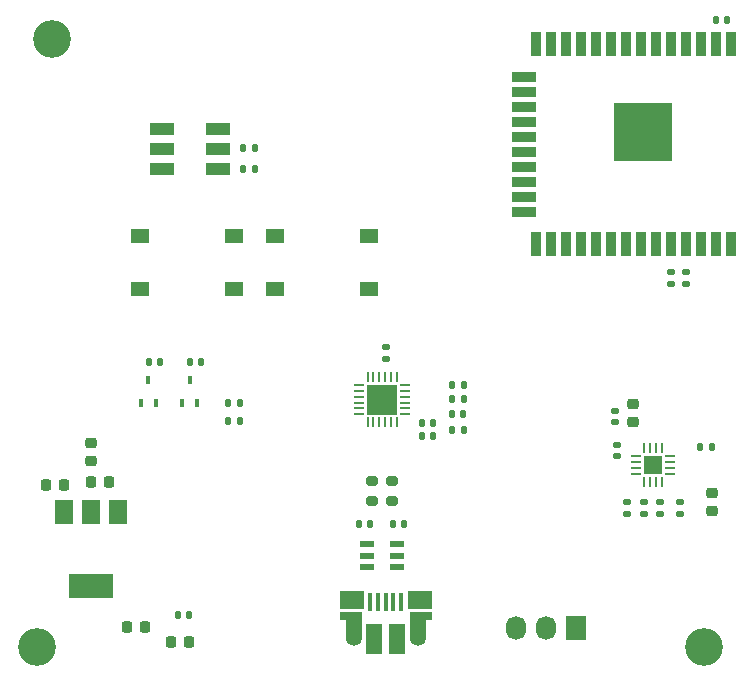
<source format=gbr>
%TF.GenerationSoftware,KiCad,Pcbnew,(6.0.7)*%
%TF.CreationDate,2022-10-04T00:35:33-03:00*%
%TF.ProjectId,wireless,77697265-6c65-4737-932e-6b696361645f,rev?*%
%TF.SameCoordinates,Original*%
%TF.FileFunction,Soldermask,Top*%
%TF.FilePolarity,Negative*%
%FSLAX46Y46*%
G04 Gerber Fmt 4.6, Leading zero omitted, Abs format (unit mm)*
G04 Created by KiCad (PCBNEW (6.0.7)) date 2022-10-04 00:35:33*
%MOMM*%
%LPD*%
G01*
G04 APERTURE LIST*
G04 Aperture macros list*
%AMRoundRect*
0 Rectangle with rounded corners*
0 $1 Rounding radius*
0 $2 $3 $4 $5 $6 $7 $8 $9 X,Y pos of 4 corners*
0 Add a 4 corners polygon primitive as box body*
4,1,4,$2,$3,$4,$5,$6,$7,$8,$9,$2,$3,0*
0 Add four circle primitives for the rounded corners*
1,1,$1+$1,$2,$3*
1,1,$1+$1,$4,$5*
1,1,$1+$1,$6,$7*
1,1,$1+$1,$8,$9*
0 Add four rect primitives between the rounded corners*
20,1,$1+$1,$2,$3,$4,$5,0*
20,1,$1+$1,$4,$5,$6,$7,0*
20,1,$1+$1,$6,$7,$8,$9,0*
20,1,$1+$1,$8,$9,$2,$3,0*%
G04 Aperture macros list end*
%ADD10C,3.200000*%
%ADD11RoundRect,0.135000X0.185000X-0.135000X0.185000X0.135000X-0.185000X0.135000X-0.185000X-0.135000X0*%
%ADD12R,0.400000X1.650000*%
%ADD13R,1.825000X0.700000*%
%ADD14R,2.000000X1.500000*%
%ADD15R,1.350000X2.000000*%
%ADD16R,1.430000X2.500000*%
%ADD17O,1.100000X1.500000*%
%ADD18O,1.350000X1.700000*%
%ADD19RoundRect,0.062500X0.062500X-0.350000X0.062500X0.350000X-0.062500X0.350000X-0.062500X-0.350000X0*%
%ADD20RoundRect,0.062500X0.350000X-0.062500X0.350000X0.062500X-0.350000X0.062500X-0.350000X-0.062500X0*%
%ADD21R,2.600000X2.600000*%
%ADD22RoundRect,0.135000X0.135000X0.185000X-0.135000X0.185000X-0.135000X-0.185000X0.135000X-0.185000X0*%
%ADD23RoundRect,0.140000X-0.140000X-0.170000X0.140000X-0.170000X0.140000X0.170000X-0.140000X0.170000X0*%
%ADD24RoundRect,0.140000X0.140000X0.170000X-0.140000X0.170000X-0.140000X-0.170000X0.140000X-0.170000X0*%
%ADD25RoundRect,0.225000X-0.225000X-0.250000X0.225000X-0.250000X0.225000X0.250000X-0.225000X0.250000X0*%
%ADD26RoundRect,0.135000X-0.185000X0.135000X-0.185000X-0.135000X0.185000X-0.135000X0.185000X0.135000X0*%
%ADD27RoundRect,0.225000X0.225000X0.250000X-0.225000X0.250000X-0.225000X-0.250000X0.225000X-0.250000X0*%
%ADD28RoundRect,0.140000X-0.170000X0.140000X-0.170000X-0.140000X0.170000X-0.140000X0.170000X0.140000X0*%
%ADD29RoundRect,0.225000X0.250000X-0.225000X0.250000X0.225000X-0.250000X0.225000X-0.250000X-0.225000X0*%
%ADD30RoundRect,0.200000X0.275000X-0.200000X0.275000X0.200000X-0.275000X0.200000X-0.275000X-0.200000X0*%
%ADD31RoundRect,0.041300X0.563700X0.253700X-0.563700X0.253700X-0.563700X-0.253700X0.563700X-0.253700X0*%
%ADD32RoundRect,0.140000X0.170000X-0.140000X0.170000X0.140000X-0.170000X0.140000X-0.170000X-0.140000X0*%
%ADD33R,1.500000X2.000000*%
%ADD34R,3.800000X2.000000*%
%ADD35R,0.450000X0.700000*%
%ADD36RoundRect,0.062500X-0.062500X0.375000X-0.062500X-0.375000X0.062500X-0.375000X0.062500X0.375000X0*%
%ADD37RoundRect,0.062500X-0.375000X0.062500X-0.375000X-0.062500X0.375000X-0.062500X0.375000X0.062500X0*%
%ADD38R,1.600000X1.600000*%
%ADD39R,1.550000X1.300000*%
%ADD40RoundRect,0.225000X-0.250000X0.225000X-0.250000X-0.225000X0.250000X-0.225000X0.250000X0.225000X0*%
%ADD41R,0.900000X2.000000*%
%ADD42R,2.000000X0.900000*%
%ADD43R,5.000000X5.000000*%
%ADD44RoundRect,0.135000X-0.135000X-0.185000X0.135000X-0.185000X0.135000X0.185000X-0.135000X0.185000X0*%
%ADD45R,1.730000X2.030000*%
%ADD46O,1.730000X2.030000*%
%ADD47R,2.000000X1.100000*%
%ADD48RoundRect,0.218750X0.218750X0.256250X-0.218750X0.256250X-0.218750X-0.256250X0.218750X-0.256250X0*%
G04 APERTURE END LIST*
D10*
%TO.C,REF\u002A\u002A*%
X130745000Y-124870000D03*
%TD*%
%TO.C,REF\u002A\u002A*%
X74230000Y-124870000D03*
%TD*%
%TO.C,REF\u002A\u002A*%
X75500000Y-73435000D03*
%TD*%
D11*
%TO.C,R15*%
X103759000Y-100535200D03*
X103759000Y-99515200D03*
%TD*%
D12*
%TO.C,J1*%
X102474000Y-121031000D03*
X103124000Y-121031000D03*
X103774000Y-121031000D03*
X104424000Y-121031000D03*
X105074000Y-121031000D03*
D13*
X106774000Y-122231000D03*
D14*
X106674000Y-120911000D03*
X100924000Y-120931000D03*
D15*
X101044000Y-122981000D03*
D16*
X104734000Y-124181000D03*
D17*
X101354000Y-120911000D03*
D18*
X101044000Y-123911000D03*
D13*
X100824000Y-122231000D03*
D18*
X106504000Y-123911000D03*
D17*
X106194000Y-120911000D03*
D15*
X106524000Y-122981000D03*
D16*
X102814000Y-124181000D03*
%TD*%
D19*
%TO.C,U5*%
X102229600Y-105874300D03*
X102729600Y-105874300D03*
X103229600Y-105874300D03*
X103729600Y-105874300D03*
X104229600Y-105874300D03*
X104729600Y-105874300D03*
D20*
X105417100Y-105186800D03*
X105417100Y-104686800D03*
X105417100Y-104186800D03*
X105417100Y-103686800D03*
X105417100Y-103186800D03*
X105417100Y-102686800D03*
D19*
X104729600Y-101999300D03*
X104229600Y-101999300D03*
X103729600Y-101999300D03*
X103229600Y-101999300D03*
X102729600Y-101999300D03*
X102229600Y-101999300D03*
D20*
X101542100Y-102686800D03*
X101542100Y-103186800D03*
X101542100Y-103686800D03*
X101542100Y-104186800D03*
X101542100Y-104686800D03*
X101542100Y-105186800D03*
D21*
X103479600Y-103936800D03*
%TD*%
D22*
%TO.C,R8*%
X91423200Y-104241600D03*
X90403200Y-104241600D03*
%TD*%
D23*
%TO.C,C5*%
X104345800Y-114477800D03*
X105305800Y-114477800D03*
%TD*%
D24*
%TO.C,C2*%
X87129350Y-122179400D03*
X86169350Y-122179400D03*
%TD*%
D25*
%TO.C,C13*%
X78789000Y-110900000D03*
X80339000Y-110900000D03*
%TD*%
D26*
%TO.C,R7*%
X124165000Y-112606000D03*
X124165000Y-113626000D03*
%TD*%
D23*
%TO.C,C17*%
X87180000Y-100750000D03*
X88140000Y-100750000D03*
%TD*%
D27*
%TO.C,C8*%
X76529000Y-111154000D03*
X74979000Y-111154000D03*
%TD*%
D28*
%TO.C,C3*%
X127025000Y-112638000D03*
X127025000Y-113598000D03*
%TD*%
D24*
%TO.C,C4*%
X102435600Y-114477800D03*
X101475600Y-114477800D03*
%TD*%
D23*
%TO.C,C19*%
X106809600Y-105892600D03*
X107769600Y-105892600D03*
%TD*%
D29*
%TO.C,C14*%
X78802000Y-109135000D03*
X78802000Y-107585000D03*
%TD*%
D22*
%TO.C,R14*%
X110365000Y-103860600D03*
X109345000Y-103860600D03*
%TD*%
D30*
%TO.C,R2*%
X102595000Y-112483400D03*
X102595000Y-110833400D03*
%TD*%
D23*
%TO.C,C20*%
X106809600Y-107010200D03*
X107769600Y-107010200D03*
%TD*%
D11*
%TO.C,R13*%
X129189800Y-94168800D03*
X129189800Y-93148800D03*
%TD*%
D31*
%TO.C,U1*%
X104695000Y-118094800D03*
X104695000Y-117144800D03*
X104695000Y-116194800D03*
X102185000Y-116194800D03*
X102185000Y-117144800D03*
X102185000Y-118094800D03*
%TD*%
D11*
%TO.C,R11*%
X127939800Y-94168800D03*
X127939800Y-93148800D03*
%TD*%
D23*
%TO.C,C16*%
X83700000Y-100750000D03*
X84660000Y-100750000D03*
%TD*%
%TO.C,C15*%
X131720000Y-71784000D03*
X132680000Y-71784000D03*
%TD*%
D22*
%TO.C,R3*%
X92723200Y-84407800D03*
X91703200Y-84407800D03*
%TD*%
D32*
%TO.C,C11*%
X123178000Y-105842800D03*
X123178000Y-104882800D03*
%TD*%
D27*
%TO.C,C1*%
X87132550Y-124440000D03*
X85582550Y-124440000D03*
%TD*%
D32*
%TO.C,C7*%
X123370000Y-108710000D03*
X123370000Y-107750000D03*
%TD*%
D28*
%TO.C,C8*%
X125665000Y-112636000D03*
X125665000Y-113596000D03*
%TD*%
D33*
%TO.C,U3*%
X81102000Y-113410000D03*
D34*
X78802000Y-119710000D03*
D33*
X78802000Y-113410000D03*
X76502000Y-113410000D03*
%TD*%
D22*
%TO.C,R10*%
X110365000Y-102717600D03*
X109345000Y-102717600D03*
%TD*%
D35*
%TO.C,Q2*%
X86510000Y-104250000D03*
X87810000Y-104250000D03*
X87160000Y-102250000D03*
%TD*%
D36*
%TO.C,U2*%
X127125000Y-108030500D03*
X126625000Y-108030500D03*
X126125000Y-108030500D03*
X125625000Y-108030500D03*
D37*
X124937500Y-108718000D03*
X124937500Y-109218000D03*
X124937500Y-109718000D03*
X124937500Y-110218000D03*
D36*
X125625000Y-110905500D03*
X126125000Y-110905500D03*
X126625000Y-110905500D03*
X127125000Y-110905500D03*
D37*
X127812500Y-110218000D03*
X127812500Y-109718000D03*
X127812500Y-109218000D03*
X127812500Y-108718000D03*
D38*
X126375000Y-109468000D03*
%TD*%
D39*
%TO.C,SW2*%
X94385000Y-94600000D03*
X102335000Y-94600000D03*
X94385000Y-90100000D03*
X102335000Y-90100000D03*
%TD*%
D29*
%TO.C,C12*%
X124714000Y-105816400D03*
X124714000Y-104266400D03*
%TD*%
D11*
%TO.C,R5*%
X128665000Y-113626000D03*
X128665000Y-112606000D03*
%TD*%
D40*
%TO.C,C9*%
X131415000Y-111841000D03*
X131415000Y-113391000D03*
%TD*%
D41*
%TO.C,U4*%
X133019800Y-73803600D03*
X131749800Y-73803600D03*
X130479800Y-73803600D03*
X129209800Y-73803600D03*
X127939800Y-73803600D03*
X126669800Y-73803600D03*
X125399800Y-73803600D03*
X124129800Y-73803600D03*
X122859800Y-73803600D03*
X121589800Y-73803600D03*
X120319800Y-73803600D03*
X119049800Y-73803600D03*
X117779800Y-73803600D03*
X116509800Y-73803600D03*
D42*
X115509800Y-76588600D03*
X115509800Y-77858600D03*
X115509800Y-79128600D03*
X115509800Y-80398600D03*
X115509800Y-81668600D03*
X115509800Y-82938600D03*
X115509800Y-84208600D03*
X115509800Y-85478600D03*
X115509800Y-86748600D03*
X115509800Y-88018600D03*
D41*
X116509800Y-90803600D03*
X117779800Y-90803600D03*
X119049800Y-90803600D03*
X120319800Y-90803600D03*
X121589800Y-90803600D03*
X122859800Y-90803600D03*
X124129800Y-90803600D03*
X125399800Y-90803600D03*
X126669800Y-90803600D03*
X127939800Y-90803600D03*
X129209800Y-90803600D03*
X130479800Y-90803600D03*
X131749800Y-90803600D03*
X133019800Y-90803600D03*
D43*
X125519800Y-81303600D03*
%TD*%
D44*
%TO.C,R12*%
X109370400Y-106500000D03*
X110390400Y-106500000D03*
%TD*%
D22*
%TO.C,R6*%
X131380000Y-107979000D03*
X130360000Y-107979000D03*
%TD*%
D35*
%TO.C,Q1*%
X83010000Y-104250000D03*
X84310000Y-104250000D03*
X83660000Y-102250000D03*
%TD*%
D30*
%TO.C,R1*%
X104296800Y-112483400D03*
X104296800Y-110833400D03*
%TD*%
D22*
%TO.C,R4*%
X92723200Y-82657800D03*
X91703200Y-82657800D03*
%TD*%
D39*
%TO.C,SW1*%
X82935000Y-94575000D03*
X90885000Y-94575000D03*
X82935000Y-90075000D03*
X90885000Y-90075000D03*
%TD*%
D45*
%TO.C,J2*%
X119898000Y-123311000D03*
D46*
X117358000Y-123311000D03*
X114818000Y-123311000D03*
%TD*%
D23*
%TO.C,C18*%
X109375000Y-105175000D03*
X110335000Y-105175000D03*
%TD*%
D22*
%TO.C,R9*%
X91423200Y-105750000D03*
X90403200Y-105750000D03*
%TD*%
D47*
%TO.C,D1*%
X84784000Y-81006000D03*
X84784000Y-82706000D03*
X84784000Y-84406000D03*
X89584000Y-84406000D03*
X89584000Y-82706000D03*
X89584000Y-81006000D03*
%TD*%
D48*
%TO.C,FB1*%
X83399500Y-123164000D03*
X81824500Y-123164000D03*
%TD*%
M02*

</source>
